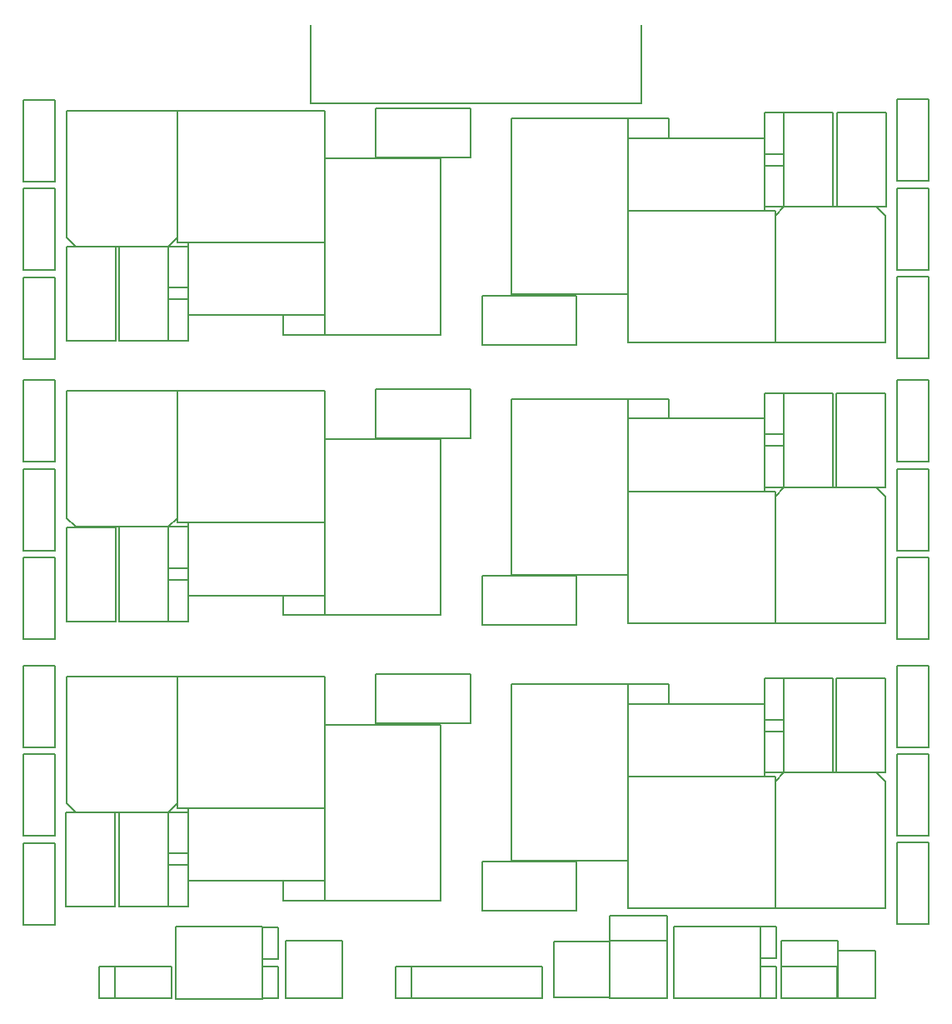
<source format=gto>
G04 Layer_Color=65535*
%FSLAX44Y44*%
%MOMM*%
G71*
G01*
G75*
%ADD30C,0.2000*%
D30*
X304000Y680000D02*
Y700000D01*
X346000Y680000D02*
Y700000D01*
X304000Y680000D02*
X346000D01*
X304000Y700000D02*
X346000D01*
X654000Y880000D02*
X696000D01*
X654000Y900000D02*
X696000D01*
X654000Y880000D02*
Y900000D01*
X696000Y880000D02*
Y900000D01*
X398000Y860000D02*
Y910000D01*
X494000D01*
Y860000D02*
Y910000D01*
X398000Y860000D02*
X494000D01*
X602000Y670000D02*
Y720000D01*
X506000Y670000D02*
X602000D01*
X506000D02*
Y720000D01*
X602000D01*
X93000Y770000D02*
X187000D01*
X196000Y779000D01*
Y908000D01*
X84000D02*
X196000D01*
X84000Y779000D02*
Y908000D01*
Y779000D02*
X93000Y770000D01*
X137000Y674000D02*
X187000D01*
X137000D02*
Y770000D01*
X187000D01*
Y674000D02*
Y770000D01*
X813000Y810000D02*
X907000D01*
X804000Y801000D02*
X813000Y810000D01*
X804000Y672000D02*
Y801000D01*
Y672000D02*
X916000D01*
Y801000D01*
X907000Y810000D02*
X916000Y801000D01*
X867000Y810000D02*
Y906000D01*
Y810000D02*
X917000D01*
Y906000D01*
X867000D02*
X917000D01*
X84000Y674000D02*
X134000D01*
X84000D02*
Y770000D01*
X134000D01*
Y674000D02*
Y770000D01*
X813000Y810000D02*
Y906000D01*
Y810000D02*
X863000D01*
Y906000D01*
X813000D02*
X863000D01*
X304000Y415000D02*
X346000D01*
X304000Y395000D02*
X346000D01*
Y415000D01*
X304000Y395000D02*
Y415000D01*
X654000Y595000D02*
X696000D01*
X654000Y615000D02*
X696000D01*
X654000Y595000D02*
Y615000D01*
X696000Y595000D02*
Y615000D01*
X398000Y575000D02*
Y625000D01*
X494000D01*
Y575000D02*
Y625000D01*
X398000Y575000D02*
X494000D01*
X602000Y385000D02*
Y435000D01*
X506000Y385000D02*
X602000D01*
X506000D02*
Y435000D01*
X602000D01*
X93000Y485000D02*
X187000D01*
X196000Y494000D01*
Y623000D01*
X84000D02*
X196000D01*
X84000Y494000D02*
Y623000D01*
Y494000D02*
X93000Y485000D01*
X134000Y388500D02*
Y484500D01*
X84000D02*
X134000D01*
X84000Y388500D02*
Y484500D01*
Y388500D02*
X134000D01*
X813000Y525000D02*
X907000D01*
X804000Y516000D02*
X813000Y525000D01*
X804000Y387000D02*
Y516000D01*
Y387000D02*
X916000D01*
Y516000D01*
X907000Y525000D02*
X916000Y516000D01*
X866000Y525000D02*
Y621000D01*
Y525000D02*
X916000D01*
Y621000D01*
X866000D02*
X916000D01*
X187000Y389000D02*
Y485000D01*
X137000D02*
X187000D01*
X137000Y389000D02*
Y485000D01*
Y389000D02*
X187000D01*
X813000Y525000D02*
Y621000D01*
Y525000D02*
X863000D01*
Y621000D01*
X813000D02*
X863000D01*
X304000Y125000D02*
X346000D01*
X304000Y105000D02*
X346000D01*
Y125000D01*
X304000Y105000D02*
Y125000D01*
X654000Y305000D02*
X696000D01*
X654000Y325000D02*
X696000D01*
X654000Y305000D02*
Y325000D01*
X696000Y305000D02*
Y325000D01*
X398000Y285000D02*
Y335000D01*
X494000D01*
Y285000D02*
Y335000D01*
X398000Y285000D02*
X494000D01*
X602000Y95000D02*
Y145000D01*
X506000Y95000D02*
X602000D01*
X506000D02*
Y145000D01*
X602000D01*
X93000Y195000D02*
X187000D01*
X196000Y204000D01*
Y333000D01*
X84000D02*
X196000D01*
X84000Y204000D02*
Y333000D01*
Y204000D02*
X93000Y195000D01*
X133000Y99000D02*
Y195000D01*
X83000D02*
X133000D01*
X83000Y99000D02*
Y195000D01*
Y99000D02*
X133000D01*
X813000Y235000D02*
X907000D01*
X804000Y226000D02*
X813000Y235000D01*
X804000Y97000D02*
Y226000D01*
Y97000D02*
X916000D01*
Y226000D01*
X907000Y235000D02*
X916000Y226000D01*
X866000Y235000D02*
Y331000D01*
Y235000D02*
X916000D01*
Y331000D01*
X866000D02*
X916000D01*
X187000Y99000D02*
Y195000D01*
X137000D02*
X187000D01*
X137000Y99000D02*
Y195000D01*
Y99000D02*
X187000D01*
X813000Y235000D02*
Y331000D01*
Y235000D02*
X863000D01*
Y331000D01*
X813000D02*
X863000D01*
X636000Y64000D02*
Y90000D01*
X694000D01*
Y64000D02*
Y90000D01*
X636000Y64000D02*
X694000D01*
X868000Y38000D02*
Y64000D01*
X810000Y38000D02*
X868000D01*
X810000D02*
Y64000D01*
X868000D01*
X196000Y774000D02*
Y908000D01*
X346000D01*
Y774000D02*
Y908000D01*
X196000Y774000D02*
X346000D01*
X804000Y672000D02*
Y806000D01*
X654000Y672000D02*
X804000D01*
X654000D02*
Y806000D01*
X804000D01*
X196000Y489000D02*
Y623000D01*
X346000D01*
Y489000D02*
Y623000D01*
X196000Y489000D02*
X346000D01*
X804000Y387000D02*
Y521000D01*
X654000Y387000D02*
X804000D01*
X654000D02*
Y521000D01*
X804000D01*
X196000Y199000D02*
Y333000D01*
X346000D01*
Y199000D02*
Y333000D01*
X196000Y199000D02*
X346000D01*
X804000Y97000D02*
Y231000D01*
X654000Y97000D02*
X804000D01*
X654000D02*
Y231000D01*
X804000D01*
X332000Y915500D02*
Y995000D01*
Y915500D02*
X668000D01*
Y995000D01*
X40000Y919000D02*
X72000D01*
X40000Y836000D02*
Y919000D01*
Y836000D02*
X72000D01*
Y919000D01*
X928000Y836200D02*
X960000D01*
Y919200D01*
X928000D02*
X960000D01*
X928000Y836200D02*
Y919200D01*
X40000Y829000D02*
X72000D01*
X40000Y746000D02*
Y829000D01*
Y746000D02*
X72000D01*
Y829000D01*
X928000Y746200D02*
X960000D01*
Y829200D01*
X928000D02*
X960000D01*
X928000Y746200D02*
Y829200D01*
X133000Y6000D02*
X190000D01*
X133000D02*
Y38000D01*
X190000D01*
Y6000D02*
Y38000D01*
X40000Y738600D02*
X72000D01*
X40000Y655600D02*
Y738600D01*
Y655600D02*
X72000D01*
Y738600D01*
X928000Y656200D02*
X960000D01*
Y739200D01*
X928000D02*
X960000D01*
X928000Y656200D02*
Y739200D01*
X433800Y6000D02*
X566800D01*
X433800D02*
Y38000D01*
X566800D01*
Y6000D02*
Y38000D01*
X40000Y633800D02*
X72000D01*
X40000Y550800D02*
Y633800D01*
Y550800D02*
X72000D01*
Y633800D01*
X928000Y551000D02*
X960000D01*
Y634000D01*
X928000D02*
X960000D01*
X928000Y551000D02*
Y634000D01*
X40000Y544000D02*
X72000D01*
X40000Y461000D02*
Y544000D01*
Y461000D02*
X72000D01*
Y544000D01*
X928000Y461000D02*
X960000D01*
Y544000D01*
X928000D02*
X960000D01*
X928000Y461000D02*
Y544000D01*
X636000Y6000D02*
Y64000D01*
Y6000D02*
X694000D01*
Y64000D01*
X636000D02*
X694000D01*
X306000Y6000D02*
X364000D01*
Y64000D01*
X306000D02*
X364000D01*
X306000Y6000D02*
Y64000D01*
X40000Y454000D02*
X72000D01*
X40000Y371000D02*
Y454000D01*
Y371000D02*
X72000D01*
Y454000D01*
X928000Y371200D02*
X960000D01*
Y454200D01*
X928000D02*
X960000D01*
X928000Y371200D02*
Y454200D01*
X810000Y6000D02*
X867000D01*
X810000D02*
Y38000D01*
X867000D01*
Y6000D02*
Y38000D01*
X40000Y343600D02*
X72000D01*
X40000Y260600D02*
Y343600D01*
Y260600D02*
X72000D01*
Y343600D01*
X928000Y260800D02*
X960000D01*
Y343800D01*
X928000D02*
X960000D01*
X928000Y260800D02*
Y343800D01*
X579000Y6400D02*
Y63400D01*
Y6400D02*
X636000D01*
Y63400D01*
X579000D02*
X636000D01*
X40000Y253800D02*
X72000D01*
X40000Y170800D02*
Y253800D01*
Y170800D02*
X72000D01*
Y253800D01*
X928000Y171000D02*
X960000D01*
Y254000D01*
X928000D02*
X960000D01*
X928000Y171000D02*
Y254000D01*
X40000Y163800D02*
X72000D01*
X40000Y80800D02*
Y163800D01*
Y80800D02*
X72000D01*
Y163800D01*
X928000Y81000D02*
X960000D01*
Y164000D01*
X928000D02*
X960000D01*
X928000Y81000D02*
Y164000D01*
X117000Y6000D02*
X133000D01*
X117000D02*
Y38000D01*
X133000D01*
Y6000D02*
Y38000D01*
X283000Y38000D02*
X299000D01*
Y6000D02*
Y38000D01*
X283000Y6000D02*
X299000D01*
X283000D02*
Y38000D01*
Y78000D02*
X299000D01*
Y46000D02*
Y78000D01*
X283000Y46000D02*
X299000D01*
X283000D02*
Y78000D01*
X418000Y6000D02*
Y38000D01*
Y6000D02*
X434000D01*
Y38000D01*
X418000D02*
X434000D01*
X207000Y674000D02*
Y716000D01*
X187000Y674000D02*
Y716000D01*
Y674000D02*
X207000D01*
X187000Y716000D02*
X207000D01*
X793000Y864000D02*
X813000D01*
X793000Y906000D02*
X813000D01*
Y864000D02*
Y906000D01*
X793000Y864000D02*
Y906000D01*
X187000Y728000D02*
Y770000D01*
X207000Y728000D02*
Y770000D01*
X187000D02*
X207000D01*
X187000Y728000D02*
X207000D01*
X793000Y852000D02*
X813000D01*
X793000Y810000D02*
X813000D01*
X793000D02*
Y852000D01*
X813000Y810000D02*
Y852000D01*
X187000Y431000D02*
X207000D01*
X187000Y389000D02*
X207000D01*
X187000D02*
Y431000D01*
X207000Y389000D02*
Y431000D01*
X793000Y579000D02*
X813000D01*
X793000Y621000D02*
X813000D01*
Y579000D02*
Y621000D01*
X793000Y579000D02*
Y621000D01*
X187000Y443000D02*
X207000D01*
X187000Y485000D02*
X207000D01*
Y443000D02*
Y485000D01*
X187000Y443000D02*
Y485000D01*
X793000Y567000D02*
X813000D01*
X793000Y525000D02*
X813000D01*
X793000D02*
Y567000D01*
X813000Y525000D02*
Y567000D01*
X187000Y141000D02*
X207000D01*
X187000Y99000D02*
X207000D01*
X187000D02*
Y141000D01*
X207000Y99000D02*
Y141000D01*
X793000Y289000D02*
X813000D01*
X793000Y331000D02*
X813000D01*
Y289000D02*
Y331000D01*
X793000Y289000D02*
Y331000D01*
X187000Y153000D02*
X207000D01*
X187000Y195000D02*
X207000D01*
Y153000D02*
Y195000D01*
X187000Y153000D02*
Y195000D01*
X793000Y277000D02*
X813000D01*
X793000Y235000D02*
X813000D01*
X793000D02*
Y277000D01*
X813000Y235000D02*
Y277000D01*
X805000Y6000D02*
Y38000D01*
X789000D02*
X805000D01*
X789000Y6000D02*
Y38000D01*
Y6000D02*
X805000D01*
Y47000D02*
Y79000D01*
X789000D02*
X805000D01*
X789000Y47000D02*
Y79000D01*
Y47000D02*
X805000D01*
X868000Y54000D02*
X906000D01*
X868000Y6000D02*
Y54000D01*
Y6000D02*
X906000D01*
Y54000D01*
X346000Y680000D02*
Y859000D01*
X464000D01*
Y680000D02*
Y859000D01*
X346000Y680000D02*
X464000D01*
X654000Y721000D02*
Y900000D01*
X536000Y721000D02*
X654000D01*
X536000D02*
Y900000D01*
X654000D01*
X346000Y395000D02*
Y574000D01*
X464000D01*
Y395000D02*
Y574000D01*
X346000Y395000D02*
X464000D01*
X654000Y436000D02*
Y615000D01*
X536000Y436000D02*
X654000D01*
X536000D02*
Y615000D01*
X654000D01*
X346000Y105000D02*
Y284000D01*
X464000D01*
Y105000D02*
Y284000D01*
X346000Y105000D02*
X464000D01*
X654000Y146000D02*
Y325000D01*
X536000Y146000D02*
X654000D01*
X536000D02*
Y325000D01*
X654000D01*
X701000Y6000D02*
Y79000D01*
X789000Y6000D02*
Y79000D01*
X701000D02*
X789000D01*
X701000Y6000D02*
X789000D01*
X207000Y700000D02*
Y774000D01*
Y700000D02*
X346000D01*
Y774000D01*
X207000D02*
X346000D01*
X793000Y806000D02*
Y880000D01*
X654000D02*
X793000D01*
X654000Y806000D02*
Y880000D01*
Y806000D02*
X793000D01*
X207000Y415000D02*
Y489000D01*
Y415000D02*
X346000D01*
Y489000D01*
X207000D02*
X346000D01*
X793000Y521000D02*
Y595000D01*
X654000D02*
X793000D01*
X654000Y521000D02*
Y595000D01*
Y521000D02*
X793000D01*
X207000Y125000D02*
Y199000D01*
Y125000D02*
X346000D01*
Y199000D01*
X207000D02*
X346000D01*
X793000Y231000D02*
Y305000D01*
X654000D02*
X793000D01*
X654000Y231000D02*
Y305000D01*
Y231000D02*
X793000D01*
X195000Y78500D02*
X283000D01*
X195000Y5500D02*
X283000D01*
X195000D02*
Y78500D01*
X283000Y5500D02*
Y78500D01*
M02*

</source>
